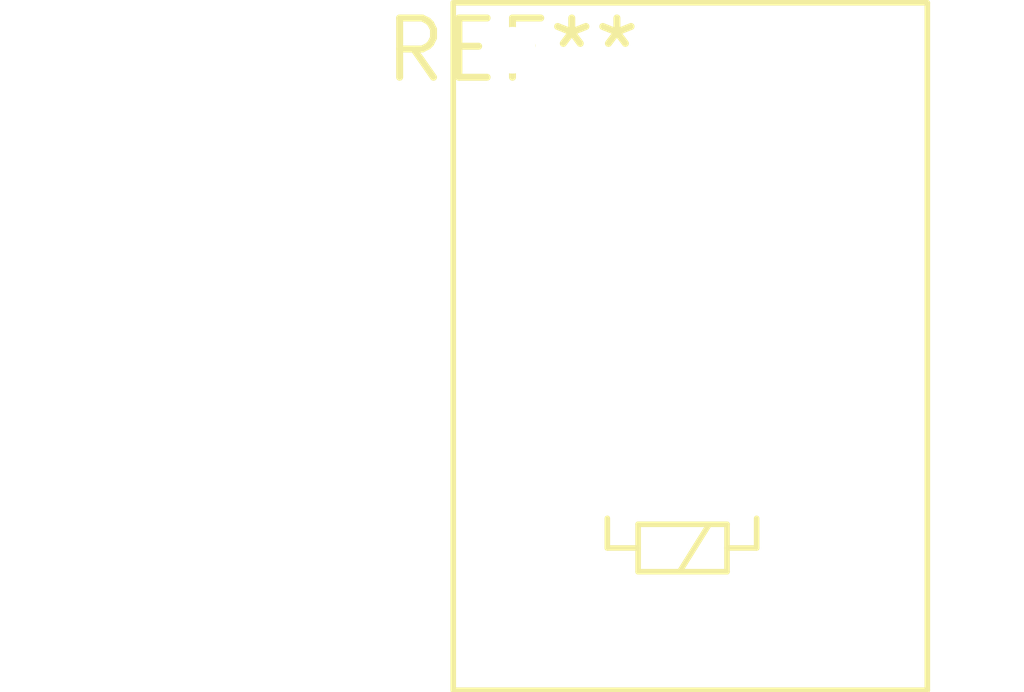
<source format=kicad_pcb>
(kicad_pcb (version 20240108) (generator pcbnew)
  (layers (0 "F.Cu" signal) (31 "B.Cu" signal) (34 "B.Paste" user) (35 "F.Paste" user) (36 "B.SilkS" user "B.Silkscreen") (37 "F.SilkS" user "F.Silkscreen") (38 "B.Mask" user) (39 "F.Mask" user) (44 "Edge.Cuts" user))
  (net 0 "")
  (footprint "Relay_SPDT_HJR-4102" (layer "F.Cu") (at 0 0)
    (property "Reference" "REF**")
    (property "Value" "Relay_SPDT_HJR-4102")
    (fp_line (start -1.27 -1.016) (end 8.89 -1.016) (layer "F.SilkS") (stroke (width 0.12)))
    (fp_line (start -1.27 13.716) (end -1.27 -1.016) (layer "F.SilkS") (stroke (width 0.12)))
    (fp_line (start 2.032 10.033) (end 2.032 10.668) (layer "F.SilkS") (stroke (width 0.12)))
    (fp_line (start 2.032 10.668) (end 2.692 10.668) (layer "F.SilkS") (stroke (width 0.12)))
    (fp_line (start 2.692 10.16) (end 2.692 11.176) (layer "F.SilkS") (stroke (width 0.12)))
    (fp_line (start 2.692 11.176) (end 4.597 11.176) (layer "F.SilkS") (stroke (width 0.12)))
    (fp_line (start 4.216 10.16) (end 3.581 11.176) (layer "F.SilkS") (stroke (width 0.12)))
    (fp_line (start 4.597 10.16) (end 2.692 10.16) (layer "F.SilkS") (stroke (width 0.12)))
    (fp_line (start 4.597 10.16) (end 4.597 11.176) (layer "F.SilkS") (stroke (width 0.12)))
    (fp_line (start 5.232 10.033) (end 5.232 10.668) (layer "F.SilkS") (stroke (width 0.12)))
    (fp_line (start 5.232 10.668) (end 4.597 10.668) (layer "F.SilkS") (stroke (width 0.12)))
    (fp_line (start 8.89 -1.016) (end 8.89 13.716) (layer "F.SilkS") (stroke (width 0.12)))
    (fp_line (start 8.89 13.716) (end -1.27 13.716) (layer "F.SilkS") (stroke (width 0.12)))
    (pad "1" thru_hole oval (at 0 0) (size 2.3 1.6) (drill 1) (layers *.Cu *.Mask) (remove_unused_layers))
    (pad "5" thru_hole oval (at 0 10.16) (size 2.3 1.6) (drill 1) (layers *.Cu *.Mask) (remove_unused_layers))
    (pad "6" thru_hole oval (at 0 12.7) (size 2.3 1.6) (drill 1) (layers *.Cu *.Mask) (remove_unused_layers))
    (pad "7" thru_hole oval (at 7.62 12.7) (size 2.3 1.6) (drill 1) (layers *.Cu *.Mask) (remove_unused_layers))
    (pad "8" thru_hole oval (at 7.62 10.16) (size 2.3 1.6) (drill 1) (layers *.Cu *.Mask) (remove_unused_layers))
    (pad "12" thru_hole oval (at 7.62 0) (size 2.3 1.6) (drill 1) (layers *.Cu *.Mask) (remove_unused_layers))
  )
)
</source>
